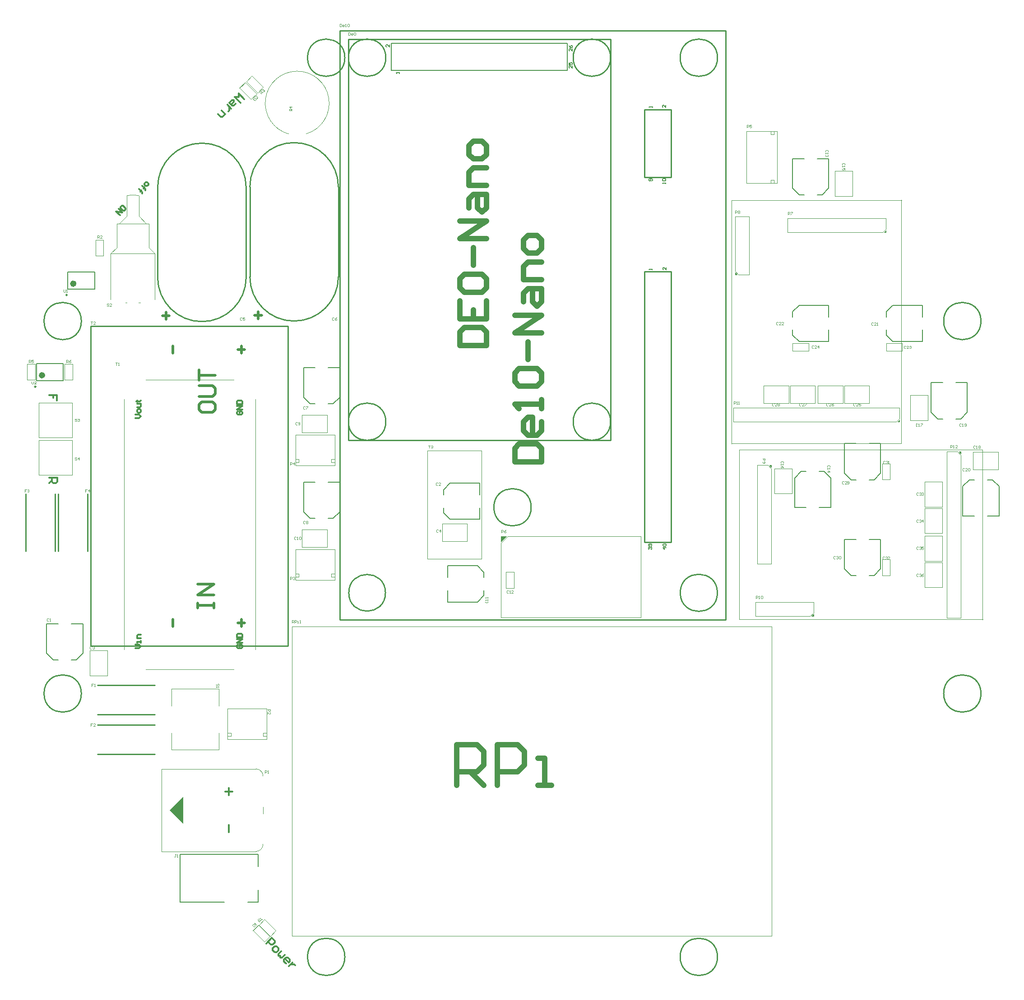
<source format=gto>
G04*
G04 #@! TF.GenerationSoftware,Altium Limited,Altium Designer,22.6.1 (34)*
G04*
G04 Layer_Color=65535*
%FSLAX44Y44*%
%MOMM*%
G71*
G04*
G04 #@! TF.SameCoordinates,0282B534-2DD6-4313-8036-895CCBFEA7A8*
G04*
G04*
G04 #@! TF.FilePolarity,Positive*
G04*
G01*
G75*
%ADD10C,0.2540*%
%ADD11C,0.1000*%
%ADD12C,0.6000*%
%ADD13C,0.2500*%
%ADD14C,0.2000*%
%ADD15C,0.0500*%
%ADD16C,0.3000*%
%ADD17C,0.5000*%
%ADD18C,1.0000*%
%ADD19C,0.1270*%
G36*
X190672Y-1010386D02*
X216072Y-1035786D01*
Y-984986D01*
X190672Y-1010386D01*
D02*
G37*
G36*
X812650Y-506410D02*
Y-496250D01*
X822810D01*
X812650Y-506410D01*
D02*
G37*
G36*
X1319721Y-366539D02*
Y-362729D01*
X1315911D01*
X1319721Y-366539D01*
D02*
G37*
G36*
X1251400Y-1090D02*
Y-4900D01*
X1255210D01*
X1251400Y-1090D01*
D02*
G37*
G36*
X1395061Y-646180D02*
X1398871D01*
Y-642370D01*
X1395061Y-646180D01*
D02*
G37*
G36*
X1675321Y-341139D02*
Y-337329D01*
X1671511D01*
X1675321Y-341139D01*
D02*
G37*
G36*
X1556440Y-281350D02*
X1560250D01*
Y-277540D01*
X1556440Y-281350D01*
D02*
G37*
G36*
X1531040Y74250D02*
X1534850D01*
Y78060D01*
X1531040Y74250D01*
D02*
G37*
D10*
X1218654Y402073D02*
G03*
X1218654Y402073I-35014J0D01*
G01*
X168350Y-10250D02*
G03*
X334350Y-10250I83000J0D01*
G01*
X334350Y158735D02*
G03*
X168350Y158735I-83000J0D01*
G01*
X341350Y-9250D02*
G03*
X507350Y-9250I83000J0D01*
G01*
X507350Y159735D02*
G03*
X341350Y159735I-83000J0D01*
G01*
X1218664Y402072D02*
G03*
X1218664Y402072I-35024J0D01*
G01*
X596376D02*
G03*
X596376Y402072I-35037J0D01*
G01*
X595745Y-602327D02*
G03*
X595745Y-602327I-34405J0D01*
G01*
X1218495D02*
G03*
X1218495Y-602327I-34855J0D01*
G01*
X596376Y402072D02*
G03*
X596376Y402072I-35037J0D01*
G01*
X1018016Y-281192D02*
G03*
X1018016Y-281192I-35037J0D01*
G01*
Y402068D02*
G03*
X1018016Y402068I-35037J0D01*
G01*
X596376Y-281192D02*
G03*
X596376Y-281192I-35037J0D01*
G01*
X519561Y402073D02*
G03*
X519561Y402073I-35014J0D01*
G01*
X1712987Y-791353D02*
G03*
X1712987Y-791353I-35014J0D01*
G01*
X25228D02*
G03*
X25228Y-791353I-35014J0D01*
G01*
Y-92261D02*
G03*
X25228Y-92261I-35014J0D01*
G01*
X1712987D02*
G03*
X1712987Y-92261I-35014J0D01*
G01*
X1218654Y-1285686D02*
G03*
X1218654Y-1285686I-35014J0D01*
G01*
X519561D02*
G03*
X519561Y-1285686I-35014J0D01*
G01*
X869106Y-441806D02*
G03*
X869106Y-441806I-35014J0D01*
G01*
X334350Y-10250D02*
Y158735D01*
X168350Y-10250D02*
X168350Y158735D01*
X507350Y-9250D02*
Y159735D01*
X341350Y-9250D02*
X341350Y159735D01*
X1131639Y178072D02*
Y305072D01*
X1081639D02*
X1131639D01*
X1081639Y178072D02*
X1131639D01*
X1131339Y-507627D02*
Y373D01*
X510539Y-653128D02*
Y452873D01*
X1234439Y-653128D02*
Y452873D01*
X510539D02*
X1234439D01*
X510539Y-653128D02*
X1234439D01*
X1081339Y-507627D02*
X1131339D01*
X1081339D02*
Y373D01*
X1081639Y178072D02*
Y305072D01*
X1081339Y373D02*
X1131339D01*
X526299Y437113D02*
X1018019Y437108D01*
X526299Y-316231D02*
X526299Y437113D01*
X526299Y-316231D02*
X1018019D01*
Y437108D01*
X55147Y-775640D02*
X162647D01*
X55147Y-830640D02*
X162647D01*
X55147Y-850570D02*
X162647D01*
X55147Y-905570D02*
X162647D01*
X-78850Y-523873D02*
Y-416373D01*
X-23850Y-523873D02*
Y-416373D01*
X-18350Y-523873D02*
Y-416373D01*
X36650Y-523873D02*
Y-416373D01*
X42890Y-702050D02*
X412890D01*
Y-102050D01*
X42890D02*
X412890D01*
X42890Y-702050D02*
Y-102050D01*
D11*
X132977Y143270D02*
G03*
X110523Y143270I-11227J-52820D01*
G01*
X366172Y-946886D02*
G03*
X352672Y-932886I-13750J250D01*
G01*
Y-1087886D02*
G03*
X366172Y-1073886I-250J13750D01*
G01*
X447391Y259280D02*
G03*
X414363Y258864I-17241J57470D01*
G01*
X1259521Y-333329D02*
X1259521Y-652129D01*
X1715871Y-652629D02*
X1715871Y-333829D01*
X1259021Y-333829D02*
X1715871Y-333829D01*
X1259521Y-652129D02*
X1716371D01*
X1563750Y-321900D02*
Y134950D01*
X1244950Y-321900D02*
X1563750D01*
X1245450Y134450D02*
X1564250D01*
X1245450D02*
X1245450Y-322400D01*
X96350Y90450D02*
X110523Y104623D01*
Y143270D01*
X132977Y104623D02*
X147150Y90450D01*
X132977Y104623D02*
Y143270D01*
X91750Y90450D02*
X151750D01*
X80250Y34450D02*
X163250D01*
Y-51550D02*
Y34450D01*
X80250Y-51550D02*
Y34450D01*
X132750Y-58050D02*
X135750D01*
X107750D02*
X110750D01*
X151750Y45950D02*
Y90450D01*
Y45950D02*
X163250Y34450D01*
X91750Y45950D02*
Y90450D01*
X80250Y34450D02*
X91750Y45950D01*
X346963Y-1235877D02*
X357569Y-1225271D01*
X347411Y-1236326D02*
X358018Y-1225720D01*
X379231Y-1246933D01*
X347411Y-1236326D02*
X368625Y-1257540D01*
X379231Y-1246933D01*
X175672Y-1087886D02*
X352672D01*
X175672Y-932886D02*
X352672D01*
X175672Y-1087886D02*
Y-932886D01*
X366172Y-1016736D02*
Y-1004036D01*
X366375Y-865090D02*
X372725D01*
X366375D02*
X366375Y-871440D01*
X372725Y-871440D01*
X299300Y-819940D02*
X372800D01*
Y-877440D02*
Y-819940D01*
X299300Y-877440D02*
X372800D01*
X299300D02*
Y-819940D01*
X299375Y-871440D02*
X305725D01*
Y-865090D01*
X299375Y-865090D02*
X305725Y-865090D01*
X427075Y-566150D02*
X433425Y-566150D01*
Y-572500D02*
Y-566150D01*
X427075Y-572500D02*
X433425D01*
X427000Y-578500D02*
Y-521000D01*
Y-578500D02*
X500500D01*
Y-521000D01*
X427000D02*
X500500D01*
X494075Y-572500D02*
X500425Y-572500D01*
X494075Y-566150D02*
X494075Y-572500D01*
X494075Y-566150D02*
X500425D01*
X494075Y-351150D02*
X500425D01*
X494075Y-357500D02*
Y-351150D01*
Y-357500D02*
X500425Y-357500D01*
X427000Y-306000D02*
X500500Y-306000D01*
Y-363500D02*
Y-306000D01*
X427000Y-363500D02*
X500500D01*
X427000D02*
Y-306000D01*
X427075Y-357500D02*
X433425D01*
Y-351150D01*
X427075D02*
X433425D01*
X1330850Y166250D02*
Y264250D01*
X1273350D02*
X1330850D01*
X1273350Y166250D02*
Y264250D01*
Y166250D02*
X1330850D01*
X1324850Y257825D02*
Y264175D01*
X1318500Y257825D02*
X1324850D01*
X1318500D02*
Y264175D01*
X1324850Y166325D02*
Y172675D01*
X1318500D02*
X1324850D01*
X1318500Y166325D02*
Y172675D01*
X812650Y-496250D02*
X822810D01*
X812650Y-506410D02*
Y-496250D01*
Y-506410D02*
X822810Y-496250D01*
X812650Y-508950D02*
X825350Y-496250D01*
X812650Y-648650D02*
X1074650D01*
Y-496250D01*
X825350D02*
X1074650D01*
X812650Y-648650D02*
Y-508950D01*
X1531040Y74250D02*
X1534850D01*
Y78060D01*
X1531040Y74250D02*
X1534850Y78060D01*
X1528500Y74250D02*
X1534850Y80600D01*
X1350050Y74250D02*
X1528500D01*
X1534850Y80600D02*
X1534850Y100750D01*
X1350050Y100750D02*
X1534850Y100750D01*
X1350050Y74250D02*
Y100750D01*
X1277900Y-4900D02*
Y103700D01*
X1257750Y-4900D02*
X1277900D01*
X1251400Y103700D02*
X1251400Y1450D01*
X1257750Y-4900D01*
X1251400Y-1090D02*
X1255210Y-4900D01*
X1251400D02*
X1255210D01*
X1251400D02*
Y-1090D01*
Y103700D02*
X1277900D01*
X1319721Y-366539D02*
Y-362729D01*
X1315911D02*
X1319721D01*
X1315911D02*
X1319721Y-366539D01*
X1313371Y-362729D02*
X1319721Y-369079D01*
Y-547529D02*
Y-369079D01*
X1293221Y-362729D02*
X1313371D01*
X1293221Y-547529D02*
X1293221Y-362729D01*
X1293221Y-547529D02*
X1319721D01*
X1290271Y-619679D02*
X1398871D01*
Y-639829D02*
Y-619679D01*
X1290271Y-646180D02*
X1392521D01*
X1398871Y-639829D01*
X1395061Y-646180D02*
X1398871Y-642370D01*
Y-646180D02*
Y-642370D01*
X1395061Y-646180D02*
X1398871D01*
X1290271D02*
Y-619679D01*
X1556440Y-281350D02*
X1560250D01*
Y-277540D01*
X1556440Y-281350D02*
X1560250Y-277540D01*
X1553900Y-281350D02*
X1560250Y-275000D01*
X1248450Y-281350D02*
X1553900D01*
X1560250Y-254850D02*
X1560250Y-275000D01*
X1248450Y-254850D02*
X1560250Y-254850D01*
X1248450Y-281350D02*
Y-254850D01*
X1675321Y-341139D02*
Y-337329D01*
X1671511D02*
X1675321D01*
X1671511D02*
X1675321Y-341139D01*
X1668971Y-337329D02*
X1675321Y-343679D01*
Y-649129D02*
Y-343679D01*
X1648821Y-337329D02*
X1668971D01*
X1648821Y-649129D02*
Y-337329D01*
X1648821Y-649129D02*
X1675321Y-649129D01*
X283530Y-814570D02*
Y-782820D01*
X194630D02*
X283530D01*
X194630Y-814570D02*
Y-782820D01*
X283530Y-897120D02*
Y-865370D01*
X194630Y-897120D02*
Y-865370D01*
Y-897120D02*
X283530D01*
X-54350Y-310750D02*
X7650D01*
Y-245750D01*
X-54350Y-310750D02*
Y-245750D01*
X7650D01*
X-54350Y-315750D02*
X7650D01*
X-54350Y-380750D02*
Y-315750D01*
X7650Y-380750D02*
Y-315750D01*
X-54350Y-380750D02*
X7650D01*
X351550Y-709200D02*
Y-239300D01*
X146000Y-746250D02*
X311100D01*
X146000Y-202250D02*
X311100D01*
X105550Y-709200D02*
Y-239300D01*
X674150Y-335250D02*
X775750D01*
X674150Y-538450D02*
Y-335250D01*
X775750Y-538450D02*
Y-335250D01*
X674150Y-538450D02*
X775750D01*
X321720Y345431D02*
X332327Y356038D01*
X322169Y344982D02*
X332776Y355589D01*
X353989Y334376D01*
X322169Y344982D02*
X343382Y323769D01*
X353989Y334376D01*
X420150Y-1246250D02*
Y-665250D01*
X1320150Y-1246250D02*
Y-665250D01*
X420150Y-1246250D02*
X1320150D01*
X420150Y-665250D02*
X1320150D01*
X76317Y-60584D02*
X75484Y-59751D01*
X73818D01*
X72985Y-60584D01*
Y-61417D01*
X73818Y-62250D01*
X75484D01*
X76317Y-63083D01*
Y-63916D01*
X75484Y-64749D01*
X73818D01*
X72985Y-63916D01*
X81315Y-64749D02*
X77983D01*
X81315Y-61417D01*
Y-60584D01*
X80482Y-59751D01*
X78816D01*
X77983Y-60584D01*
X-36030Y-651424D02*
X-36863Y-650591D01*
X-38529D01*
X-39362Y-651424D01*
Y-654756D01*
X-38529Y-655589D01*
X-36863D01*
X-36030Y-654756D01*
X-34364Y-655589D02*
X-32698D01*
X-33531D01*
Y-650591D01*
X-34364Y-651424D01*
X693917Y-396334D02*
X693084Y-395501D01*
X691418D01*
X690585Y-396334D01*
Y-399666D01*
X691418Y-400499D01*
X693084D01*
X693917Y-399666D01*
X698915Y-400499D02*
X695583D01*
X698915Y-397167D01*
Y-396334D01*
X698082Y-395501D01*
X696416D01*
X695583Y-396334D01*
X44317Y-704084D02*
X43484Y-703251D01*
X41818D01*
X40985Y-704084D01*
Y-707416D01*
X41818Y-708249D01*
X43484D01*
X44317Y-707416D01*
X45983Y-704084D02*
X46816Y-703251D01*
X48482D01*
X49315Y-704084D01*
Y-704917D01*
X48482Y-705750D01*
X47649D01*
X48482D01*
X49315Y-706583D01*
Y-707416D01*
X48482Y-708249D01*
X46816D01*
X45983Y-707416D01*
X694667Y-484754D02*
X693834Y-483921D01*
X692168D01*
X691335Y-484754D01*
Y-488086D01*
X692168Y-488919D01*
X693834D01*
X694667Y-488086D01*
X698832Y-488919D02*
Y-483921D01*
X696333Y-486420D01*
X699665D01*
X326267Y-86804D02*
X325434Y-85971D01*
X323768D01*
X322935Y-86804D01*
Y-90136D01*
X323768Y-90969D01*
X325434D01*
X326267Y-90136D01*
X331265Y-85971D02*
X327933D01*
Y-88470D01*
X329599Y-87637D01*
X330432D01*
X331265Y-88470D01*
Y-90136D01*
X330432Y-90969D01*
X328766D01*
X327933Y-90136D01*
X499267Y-86579D02*
X498434Y-85746D01*
X496768D01*
X495935Y-86579D01*
Y-89911D01*
X496768Y-90744D01*
X498434D01*
X499267Y-89911D01*
X504265Y-85746D02*
X502599Y-86579D01*
X500933Y-88245D01*
Y-89911D01*
X501766Y-90744D01*
X503432D01*
X504265Y-89911D01*
Y-89078D01*
X503432Y-88245D01*
X500933D01*
X445167Y-253334D02*
X444334Y-252501D01*
X442668D01*
X441835Y-253334D01*
Y-256666D01*
X442668Y-257499D01*
X444334D01*
X445167Y-256666D01*
X446833Y-252501D02*
X450165D01*
Y-253334D01*
X446833Y-256666D01*
Y-257499D01*
X445167Y-468334D02*
X444334Y-467501D01*
X442668D01*
X441835Y-468334D01*
Y-471666D01*
X442668Y-472499D01*
X444334D01*
X445167Y-471666D01*
X446833Y-468334D02*
X447666Y-467501D01*
X449332D01*
X450165Y-468334D01*
Y-469167D01*
X449332Y-470000D01*
X450165Y-470833D01*
Y-471666D01*
X449332Y-472499D01*
X447666D01*
X446833Y-471666D01*
Y-470833D01*
X447666Y-470000D01*
X446833Y-469167D01*
Y-468334D01*
X447666Y-470000D02*
X449332D01*
X430167Y-283334D02*
X429334Y-282501D01*
X427668D01*
X426835Y-283334D01*
Y-286666D01*
X427668Y-287499D01*
X429334D01*
X430167Y-286666D01*
X431833D02*
X432666Y-287499D01*
X434332D01*
X435165Y-286666D01*
Y-283334D01*
X434332Y-282501D01*
X432666D01*
X431833Y-283334D01*
Y-284167D01*
X432666Y-285000D01*
X435165D01*
X428084Y-498334D02*
X427251Y-497501D01*
X425585D01*
X424752Y-498334D01*
Y-501666D01*
X425585Y-502499D01*
X427251D01*
X428084Y-501666D01*
X429750Y-502499D02*
X431417D01*
X430583D01*
Y-497501D01*
X429750Y-498334D01*
X433916D02*
X434749Y-497501D01*
X436415D01*
X437248Y-498334D01*
Y-501666D01*
X436415Y-502499D01*
X434749D01*
X433916Y-501666D01*
Y-498334D01*
X783484Y-617833D02*
X782651Y-618666D01*
Y-620332D01*
X783484Y-621165D01*
X786816D01*
X787649Y-620332D01*
Y-618666D01*
X786816Y-617833D01*
X787649Y-616167D02*
Y-614500D01*
Y-615334D01*
X782651D01*
X783484Y-616167D01*
X787649Y-612001D02*
Y-610335D01*
Y-611168D01*
X782651D01*
X783484Y-612001D01*
X826434Y-599084D02*
X825601Y-598251D01*
X823935D01*
X823102Y-599084D01*
Y-602416D01*
X823935Y-603249D01*
X825601D01*
X826434Y-602416D01*
X828100Y-603249D02*
X829766D01*
X828933D01*
Y-598251D01*
X828100Y-599084D01*
X835598Y-603249D02*
X832266D01*
X835598Y-599917D01*
Y-599084D01*
X834765Y-598251D01*
X833099D01*
X832266Y-599084D01*
X1425016Y225416D02*
X1425849Y226249D01*
Y227915D01*
X1425016Y228748D01*
X1421684D01*
X1420851Y227915D01*
Y226249D01*
X1421684Y225416D01*
X1420851Y223750D02*
Y222083D01*
Y222917D01*
X1425849D01*
X1425016Y223750D01*
Y219584D02*
X1425849Y218751D01*
Y217085D01*
X1425016Y216252D01*
X1424183D01*
X1423350Y217085D01*
Y217918D01*
Y217085D01*
X1422517Y216252D01*
X1421684D01*
X1420851Y217085D01*
Y218751D01*
X1421684Y219584D01*
X1429016Y-366834D02*
X1429849Y-366001D01*
Y-364335D01*
X1429016Y-363502D01*
X1425684D01*
X1424851Y-364335D01*
Y-366001D01*
X1425684Y-366834D01*
X1424851Y-368500D02*
Y-370167D01*
Y-369333D01*
X1429849D01*
X1429016Y-368500D01*
X1424851Y-375165D02*
X1429849D01*
X1427350Y-372666D01*
Y-375998D01*
X1457016Y200666D02*
X1457849Y201499D01*
Y203165D01*
X1457016Y203998D01*
X1453684D01*
X1452851Y203165D01*
Y201499D01*
X1453684Y200666D01*
X1452851Y199000D02*
Y197334D01*
Y198167D01*
X1457849D01*
X1457016Y199000D01*
X1457849Y191502D02*
Y194834D01*
X1455350D01*
X1456183Y193168D01*
Y192335D01*
X1455350Y191502D01*
X1453684D01*
X1452851Y192335D01*
Y194001D01*
X1453684Y194834D01*
X1341516Y-358834D02*
X1342349Y-358001D01*
Y-356335D01*
X1341516Y-355502D01*
X1338184D01*
X1337351Y-356335D01*
Y-358001D01*
X1338184Y-358834D01*
X1337351Y-360500D02*
Y-362166D01*
Y-361334D01*
X1342349D01*
X1341516Y-360500D01*
X1342349Y-367998D02*
X1341516Y-366332D01*
X1339850Y-364666D01*
X1338184D01*
X1337351Y-365499D01*
Y-367165D01*
X1338184Y-367998D01*
X1339017D01*
X1339850Y-367165D01*
Y-364666D01*
X1594234Y-285484D02*
X1593401Y-284651D01*
X1591735D01*
X1590902Y-285484D01*
Y-288816D01*
X1591735Y-289649D01*
X1593401D01*
X1594234Y-288816D01*
X1595901Y-289649D02*
X1597567D01*
X1596734D01*
Y-284651D01*
X1595901Y-285484D01*
X1600066Y-284651D02*
X1603398D01*
Y-285484D01*
X1600066Y-288816D01*
Y-289649D01*
X1702150Y-327297D02*
X1701317Y-326464D01*
X1699651D01*
X1698818Y-327297D01*
Y-330629D01*
X1699651Y-331462D01*
X1701317D01*
X1702150Y-330629D01*
X1703816Y-331462D02*
X1705482D01*
X1704650D01*
Y-326464D01*
X1703816Y-327297D01*
X1707982D02*
X1708815Y-326464D01*
X1710481D01*
X1711314Y-327297D01*
Y-328130D01*
X1710481Y-328963D01*
X1711314Y-329796D01*
Y-330629D01*
X1710481Y-331462D01*
X1708815D01*
X1707982Y-330629D01*
Y-329796D01*
X1708815Y-328963D01*
X1707982Y-328130D01*
Y-327297D01*
X1708815Y-328963D02*
X1710481D01*
X1675834Y-285634D02*
X1675001Y-284801D01*
X1673335D01*
X1672502Y-285634D01*
Y-288966D01*
X1673335Y-289799D01*
X1675001D01*
X1675834Y-288966D01*
X1677500Y-289799D02*
X1679167D01*
X1678333D01*
Y-284801D01*
X1677500Y-285634D01*
X1681666Y-288966D02*
X1682499Y-289799D01*
X1684165D01*
X1684998Y-288966D01*
Y-285634D01*
X1684165Y-284801D01*
X1682499D01*
X1681666Y-285634D01*
Y-286467D01*
X1682499Y-287300D01*
X1684998D01*
X1682084Y-368953D02*
X1681251Y-368120D01*
X1679585D01*
X1678752Y-368953D01*
Y-372285D01*
X1679585Y-373118D01*
X1681251D01*
X1682084Y-372285D01*
X1687083Y-373118D02*
X1683750D01*
X1687083Y-369786D01*
Y-368953D01*
X1686250Y-368120D01*
X1684583D01*
X1683750Y-368953D01*
X1688749D02*
X1689582Y-368120D01*
X1691248D01*
X1692081Y-368953D01*
Y-372285D01*
X1691248Y-373118D01*
X1689582D01*
X1688749Y-372285D01*
Y-368953D01*
X1510851Y-95584D02*
X1510018Y-94751D01*
X1508352D01*
X1507519Y-95584D01*
Y-98916D01*
X1508352Y-99749D01*
X1510018D01*
X1510851Y-98916D01*
X1515849Y-99749D02*
X1512517D01*
X1515849Y-96417D01*
Y-95584D01*
X1515016Y-94751D01*
X1513350D01*
X1512517Y-95584D01*
X1517515Y-99749D02*
X1519181D01*
X1518348D01*
Y-94751D01*
X1517515Y-95584D01*
X1332326Y-94887D02*
X1331493Y-94054D01*
X1329827D01*
X1328994Y-94887D01*
Y-98219D01*
X1329827Y-99052D01*
X1331493D01*
X1332326Y-98219D01*
X1337325Y-99052D02*
X1333992D01*
X1337325Y-95720D01*
Y-94887D01*
X1336492Y-94054D01*
X1334825D01*
X1333992Y-94887D01*
X1342323Y-99052D02*
X1338991D01*
X1342323Y-95720D01*
Y-94887D01*
X1341490Y-94054D01*
X1339824D01*
X1338991Y-94887D01*
X1572158Y-139434D02*
X1571325Y-138601D01*
X1569659D01*
X1568826Y-139434D01*
Y-142766D01*
X1569659Y-143599D01*
X1571325D01*
X1572158Y-142766D01*
X1577156Y-143599D02*
X1573824D01*
X1577156Y-140267D01*
Y-139434D01*
X1576323Y-138601D01*
X1574657D01*
X1573824Y-139434D01*
X1578822D02*
X1579655Y-138601D01*
X1581322D01*
X1582155Y-139434D01*
Y-140267D01*
X1581322Y-141100D01*
X1580488D01*
X1581322D01*
X1582155Y-141933D01*
Y-142766D01*
X1581322Y-143599D01*
X1579655D01*
X1578822Y-142766D01*
X1399382Y-139337D02*
X1398549Y-138504D01*
X1396883D01*
X1396050Y-139337D01*
Y-142669D01*
X1396883Y-143502D01*
X1398549D01*
X1399382Y-142669D01*
X1404381Y-143502D02*
X1401048D01*
X1404381Y-140170D01*
Y-139337D01*
X1403548Y-138504D01*
X1401882D01*
X1401048Y-139337D01*
X1408546Y-143502D02*
Y-138504D01*
X1406047Y-141003D01*
X1409379D01*
X1477218Y-247384D02*
X1476385Y-246551D01*
X1474719D01*
X1473885Y-247384D01*
Y-250716D01*
X1474719Y-251549D01*
X1476385D01*
X1477218Y-250716D01*
X1482216Y-251549D02*
X1478884D01*
X1482216Y-248217D01*
Y-247384D01*
X1481383Y-246551D01*
X1479717D01*
X1478884Y-247384D01*
X1487215Y-246551D02*
X1483882D01*
Y-249050D01*
X1485548Y-248217D01*
X1486381D01*
X1487215Y-249050D01*
Y-250716D01*
X1486381Y-251549D01*
X1484715D01*
X1483882Y-250716D01*
X1426418Y-247384D02*
X1425585Y-246551D01*
X1423919D01*
X1423085Y-247384D01*
Y-250716D01*
X1423919Y-251549D01*
X1425585D01*
X1426418Y-250716D01*
X1431416Y-251549D02*
X1428084D01*
X1431416Y-248217D01*
Y-247384D01*
X1430583Y-246551D01*
X1428917D01*
X1428084Y-247384D01*
X1436414Y-246551D02*
X1434748Y-247384D01*
X1433082Y-249050D01*
Y-250716D01*
X1433915Y-251549D01*
X1435581D01*
X1436414Y-250716D01*
Y-249883D01*
X1435581Y-249050D01*
X1433082D01*
X1375618Y-247384D02*
X1374785Y-246551D01*
X1373119D01*
X1372285Y-247384D01*
Y-250716D01*
X1373119Y-251549D01*
X1374785D01*
X1375618Y-250716D01*
X1380616Y-251549D02*
X1377284D01*
X1380616Y-248217D01*
Y-247384D01*
X1379783Y-246551D01*
X1378117D01*
X1377284Y-247384D01*
X1382282Y-246551D02*
X1385614D01*
Y-247384D01*
X1382282Y-250716D01*
Y-251549D01*
X1324818Y-247384D02*
X1323985Y-246551D01*
X1322319D01*
X1321485Y-247384D01*
Y-250716D01*
X1322319Y-251549D01*
X1323985D01*
X1324818Y-250716D01*
X1329816Y-251549D02*
X1326484D01*
X1329816Y-248217D01*
Y-247384D01*
X1328983Y-246551D01*
X1327317D01*
X1326484Y-247384D01*
X1331482D02*
X1332315Y-246551D01*
X1333981D01*
X1334814Y-247384D01*
Y-248217D01*
X1333981Y-249050D01*
X1334814Y-249883D01*
Y-250716D01*
X1333981Y-251549D01*
X1332315D01*
X1331482Y-250716D01*
Y-249883D01*
X1332315Y-249050D01*
X1331482Y-248217D01*
Y-247384D01*
X1332315Y-249050D02*
X1333981D01*
X1455538Y-393563D02*
X1454705Y-392730D01*
X1453039D01*
X1452206Y-393563D01*
Y-396895D01*
X1453039Y-397729D01*
X1454705D01*
X1455538Y-396895D01*
X1460537Y-397729D02*
X1457204D01*
X1460537Y-394396D01*
Y-393563D01*
X1459704Y-392730D01*
X1458038D01*
X1457204Y-393563D01*
X1462203Y-396895D02*
X1463036Y-397729D01*
X1464702D01*
X1465535Y-396895D01*
Y-393563D01*
X1464702Y-392730D01*
X1463036D01*
X1462203Y-393563D01*
Y-394396D01*
X1463036Y-395229D01*
X1465535D01*
X1439514Y-534307D02*
X1438681Y-533474D01*
X1437015D01*
X1436182Y-534307D01*
Y-537639D01*
X1437015Y-538472D01*
X1438681D01*
X1439514Y-537639D01*
X1441180Y-534307D02*
X1442014Y-533474D01*
X1443680D01*
X1444513Y-534307D01*
Y-535140D01*
X1443680Y-535973D01*
X1442847D01*
X1443680D01*
X1444513Y-536806D01*
Y-537639D01*
X1443680Y-538472D01*
X1442014D01*
X1441180Y-537639D01*
X1446179Y-534307D02*
X1447012Y-533474D01*
X1448678D01*
X1449511Y-534307D01*
Y-537639D01*
X1448678Y-538472D01*
X1447012D01*
X1446179Y-537639D01*
Y-534307D01*
X1532572Y-355463D02*
X1531738Y-354630D01*
X1530072D01*
X1529239Y-355463D01*
Y-358796D01*
X1530072Y-359629D01*
X1531738D01*
X1532572Y-358796D01*
X1534238Y-355463D02*
X1535071Y-354630D01*
X1536737D01*
X1537570Y-355463D01*
Y-356296D01*
X1536737Y-357129D01*
X1535904D01*
X1536737D01*
X1537570Y-357962D01*
Y-358796D01*
X1536737Y-359629D01*
X1535071D01*
X1534238Y-358796D01*
X1539236Y-359629D02*
X1540902D01*
X1540069D01*
Y-354630D01*
X1539236Y-355463D01*
X1531738Y-535113D02*
X1530905Y-534280D01*
X1529239D01*
X1528406Y-535113D01*
Y-538446D01*
X1529239Y-539279D01*
X1530905D01*
X1531738Y-538446D01*
X1533405Y-535113D02*
X1534238Y-534280D01*
X1535904D01*
X1536737Y-535113D01*
Y-535946D01*
X1535904Y-536780D01*
X1535071D01*
X1535904D01*
X1536737Y-537613D01*
Y-538446D01*
X1535904Y-539279D01*
X1534238D01*
X1533405Y-538446D01*
X1541735Y-539279D02*
X1538403D01*
X1541735Y-535946D01*
Y-535113D01*
X1540902Y-534280D01*
X1539236D01*
X1538403Y-535113D01*
X1595238Y-415363D02*
X1594405Y-414530D01*
X1592739D01*
X1591906Y-415363D01*
Y-418696D01*
X1592739Y-419529D01*
X1594405D01*
X1595238Y-418696D01*
X1596904Y-415363D02*
X1597738Y-414530D01*
X1599404D01*
X1600237Y-415363D01*
Y-416196D01*
X1599404Y-417029D01*
X1598571D01*
X1599404D01*
X1600237Y-417863D01*
Y-418696D01*
X1599404Y-419529D01*
X1597738D01*
X1596904Y-418696D01*
X1601903Y-415363D02*
X1602736Y-414530D01*
X1604402D01*
X1605235Y-415363D01*
Y-416196D01*
X1604402Y-417029D01*
X1603569D01*
X1604402D01*
X1605235Y-417863D01*
Y-418696D01*
X1604402Y-419529D01*
X1602736D01*
X1601903Y-418696D01*
X1595238Y-466163D02*
X1594405Y-465330D01*
X1592739D01*
X1591906Y-466163D01*
Y-469496D01*
X1592739Y-470329D01*
X1594405D01*
X1595238Y-469496D01*
X1596904Y-466163D02*
X1597738Y-465330D01*
X1599404D01*
X1600237Y-466163D01*
Y-466996D01*
X1599404Y-467829D01*
X1598571D01*
X1599404D01*
X1600237Y-468662D01*
Y-469496D01*
X1599404Y-470329D01*
X1597738D01*
X1596904Y-469496D01*
X1604402Y-470329D02*
Y-465330D01*
X1601903Y-467829D01*
X1605235D01*
X1595238Y-516963D02*
X1594405Y-516130D01*
X1592739D01*
X1591906Y-516963D01*
Y-520296D01*
X1592739Y-521129D01*
X1594405D01*
X1595238Y-520296D01*
X1596904Y-516963D02*
X1597738Y-516130D01*
X1599404D01*
X1600237Y-516963D01*
Y-517796D01*
X1599404Y-518629D01*
X1598571D01*
X1599404D01*
X1600237Y-519463D01*
Y-520296D01*
X1599404Y-521129D01*
X1597738D01*
X1596904Y-520296D01*
X1605235Y-516130D02*
X1601903D01*
Y-518629D01*
X1603569Y-517796D01*
X1604402D01*
X1605235Y-518629D01*
Y-520296D01*
X1604402Y-521129D01*
X1602736D01*
X1601903Y-520296D01*
X1595238Y-567763D02*
X1594405Y-566930D01*
X1592739D01*
X1591906Y-567763D01*
Y-571096D01*
X1592739Y-571929D01*
X1594405D01*
X1595238Y-571096D01*
X1596904Y-567763D02*
X1597738Y-566930D01*
X1599404D01*
X1600237Y-567763D01*
Y-568596D01*
X1599404Y-569429D01*
X1598571D01*
X1599404D01*
X1600237Y-570262D01*
Y-571096D01*
X1599404Y-571929D01*
X1597738D01*
X1596904Y-571096D01*
X1605235Y-566930D02*
X1603569Y-567763D01*
X1601903Y-569429D01*
Y-571096D01*
X1602736Y-571929D01*
X1604402D01*
X1605235Y-571096D01*
Y-570262D01*
X1604402Y-569429D01*
X1601903D01*
X346027Y-1226339D02*
X349561Y-1229874D01*
X351328Y-1228106D01*
Y-1226928D01*
X348972Y-1224572D01*
X347794Y-1224572D01*
X346027Y-1226339D01*
X353095D02*
X354273Y-1225161D01*
X353684Y-1225750D01*
X350150Y-1222216D01*
X350150Y-1223394D01*
X510352Y465254D02*
Y460256D01*
X512851D01*
X513684Y461089D01*
Y464421D01*
X512851Y465254D01*
X510352D01*
X517850Y460256D02*
X516184D01*
X515350Y461089D01*
Y462755D01*
X516184Y463588D01*
X517850D01*
X518683Y462755D01*
Y461922D01*
X515350D01*
X520349Y460256D02*
X522015D01*
X521182D01*
Y465254D01*
X520349Y464421D01*
X524514D02*
X525347Y465254D01*
X527013D01*
X527846Y464421D01*
Y461089D01*
X527013Y460256D01*
X525347D01*
X524514Y461089D01*
Y464421D01*
X526100Y449506D02*
Y444508D01*
X528599D01*
X529432Y445341D01*
Y448673D01*
X528599Y449506D01*
X526100D01*
X533598Y444508D02*
X531931D01*
X531098Y445341D01*
Y447007D01*
X531931Y447840D01*
X533598D01*
X534431Y447007D01*
Y446174D01*
X531098D01*
X536097Y448673D02*
X536930Y449506D01*
X538596D01*
X539429Y448673D01*
Y445341D01*
X538596Y444508D01*
X536930D01*
X536097Y445341D01*
Y448673D01*
X47647Y-773141D02*
X44315D01*
Y-775640D01*
X45981D01*
X44315D01*
Y-778139D01*
X49313D02*
X50979D01*
X50146D01*
Y-773141D01*
X49313Y-773974D01*
X46474Y-847651D02*
X43142D01*
Y-850150D01*
X44808D01*
X43142D01*
Y-852649D01*
X51472D02*
X48140D01*
X51472Y-849317D01*
Y-848484D01*
X50639Y-847651D01*
X48973D01*
X48140Y-848484D01*
X-77833Y-408501D02*
X-81165D01*
Y-411000D01*
X-79499D01*
X-81165D01*
Y-413499D01*
X-76167Y-409334D02*
X-75334Y-408501D01*
X-73668D01*
X-72835Y-409334D01*
Y-410167D01*
X-73668Y-411000D01*
X-74501D01*
X-73668D01*
X-72835Y-411833D01*
Y-412666D01*
X-73668Y-413499D01*
X-75334D01*
X-76167Y-412666D01*
X36167Y-408501D02*
X32835D01*
Y-411000D01*
X34501D01*
X32835D01*
Y-413499D01*
X40332D02*
Y-408501D01*
X37833Y-411000D01*
X41165D01*
X202650Y-1093251D02*
X200984D01*
X201817D01*
Y-1097416D01*
X200984Y-1098249D01*
X200151D01*
X199318Y-1097416D01*
X204316Y-1098249D02*
X205982D01*
X205149D01*
Y-1093251D01*
X204316Y-1094084D01*
X369339Y-940385D02*
Y-935386D01*
X371839D01*
X372672Y-936219D01*
Y-937886D01*
X371839Y-938719D01*
X369339D01*
X374338Y-940385D02*
X376004D01*
X375171D01*
Y-935386D01*
X374338Y-936219D01*
X374641Y-821835D02*
X379639D01*
Y-824334D01*
X378806Y-825167D01*
X377140D01*
X376307Y-824334D01*
Y-821835D01*
X374641Y-830165D02*
Y-826833D01*
X377973Y-830165D01*
X378806D01*
X379639Y-829332D01*
Y-827666D01*
X378806Y-826833D01*
X416835Y-577499D02*
Y-572501D01*
X419334D01*
X420167Y-573334D01*
Y-575000D01*
X419334Y-575833D01*
X416835D01*
X421833Y-573334D02*
X422666Y-572501D01*
X424332D01*
X425165Y-573334D01*
Y-574167D01*
X424332Y-575000D01*
X423499D01*
X424332D01*
X425165Y-575833D01*
Y-576666D01*
X424332Y-577499D01*
X422666D01*
X421833Y-576666D01*
X416835Y-362499D02*
Y-357501D01*
X419334D01*
X420167Y-358334D01*
Y-360000D01*
X419334Y-360833D01*
X416835D01*
X424332Y-362499D02*
Y-357501D01*
X421833Y-360000D01*
X425165D01*
X1273876Y270772D02*
Y275770D01*
X1276375D01*
X1277208Y274937D01*
Y273271D01*
X1276375Y272438D01*
X1273876D01*
X1282207Y275770D02*
X1278874D01*
Y273271D01*
X1280540Y274104D01*
X1281374D01*
X1282207Y273271D01*
Y271605D01*
X1281374Y270772D01*
X1279707D01*
X1278874Y271605D01*
X813120Y-489704D02*
Y-484706D01*
X815619D01*
X816452Y-485539D01*
Y-487205D01*
X815619Y-488038D01*
X813120D01*
X821451Y-484706D02*
X819784Y-485539D01*
X818118Y-487205D01*
Y-488871D01*
X818951Y-489704D01*
X820618D01*
X821451Y-488871D01*
Y-488038D01*
X820618Y-487205D01*
X818118D01*
X1350584Y107450D02*
Y112448D01*
X1353083D01*
X1353916Y111615D01*
Y109949D01*
X1353083Y109116D01*
X1350584D01*
X1355582Y112448D02*
X1358915D01*
Y111615D01*
X1355582Y108283D01*
Y107450D01*
X1251778Y110244D02*
Y115242D01*
X1254277D01*
X1255110Y114409D01*
Y112743D01*
X1254277Y111910D01*
X1251778D01*
X1256776Y114409D02*
X1257609Y115242D01*
X1259276D01*
X1260109Y114409D01*
Y113576D01*
X1259276Y112743D01*
X1260109Y111910D01*
Y111077D01*
X1259276Y110244D01*
X1257609D01*
X1256776Y111077D01*
Y111910D01*
X1257609Y112743D01*
X1256776Y113576D01*
Y114409D01*
X1257609Y112743D02*
X1259276D01*
X1303092Y-350544D02*
X1308090D01*
Y-353043D01*
X1307257Y-353876D01*
X1305591D01*
X1304758Y-353043D01*
Y-350544D01*
X1303925Y-355542D02*
X1303092Y-356375D01*
Y-358041D01*
X1303925Y-358874D01*
X1307257D01*
X1308090Y-358041D01*
Y-356375D01*
X1307257Y-355542D01*
X1306424D01*
X1305591Y-356375D01*
Y-358874D01*
X1290894Y-613148D02*
Y-608150D01*
X1293393D01*
X1294226Y-608983D01*
Y-610649D01*
X1293393Y-611482D01*
X1290894D01*
X1295892Y-613148D02*
X1297558D01*
X1296725D01*
Y-608150D01*
X1295892Y-608983D01*
X1300058D02*
X1300891Y-608150D01*
X1302557D01*
X1303390Y-608983D01*
Y-612315D01*
X1302557Y-613148D01*
X1300891D01*
X1300058Y-612315D01*
Y-608983D01*
X1248984Y-248150D02*
Y-243152D01*
X1251483D01*
X1252316Y-243985D01*
Y-245651D01*
X1251483Y-246484D01*
X1248984D01*
X1253982Y-248150D02*
X1255648D01*
X1254816D01*
Y-243152D01*
X1253982Y-243985D01*
X1258148Y-248150D02*
X1259814D01*
X1258981D01*
Y-243152D01*
X1258148Y-243985D01*
X1655823Y-330629D02*
Y-325630D01*
X1658322D01*
X1659155Y-326463D01*
Y-328129D01*
X1658322Y-328963D01*
X1655823D01*
X1660821Y-330629D02*
X1662487D01*
X1661654D01*
Y-325630D01*
X1660821Y-326463D01*
X1668319Y-330629D02*
X1664986D01*
X1668319Y-327296D01*
Y-326463D01*
X1667486Y-325630D01*
X1665819D01*
X1664986Y-326463D01*
X359561Y-1219874D02*
X356027Y-1216339D01*
X357794Y-1214572D01*
X358972Y-1214572D01*
X360150Y-1215750D01*
Y-1216928D01*
X358383Y-1218695D01*
X359561Y-1217517D02*
X361917Y-1217517D01*
X363095Y-1216339D02*
X364273Y-1215161D01*
X363684Y-1215750D01*
X360150Y-1212216D01*
X360150Y-1213394D01*
X55185Y63626D02*
Y68624D01*
X57684D01*
X58517Y67791D01*
Y66125D01*
X57684Y65292D01*
X55185D01*
X56851D02*
X58517Y63626D01*
X63515D02*
X60183D01*
X63515Y66958D01*
Y67791D01*
X62682Y68624D01*
X61016D01*
X60183Y67791D01*
X363062Y334234D02*
X359528Y337769D01*
X361295Y339536D01*
X362473Y339536D01*
X363651Y338358D01*
Y337179D01*
X361884Y335412D01*
X363062Y336590D02*
X365418Y336590D01*
X363651Y340714D02*
X363651Y341892D01*
X364829Y343070D01*
X366007D01*
X366596Y342481D01*
Y341303D01*
X366007Y340714D01*
X366596Y341303D01*
X367775D01*
X368364Y340714D01*
Y339536D01*
X367185Y338358D01*
X366007D01*
X420149Y302585D02*
X415151D01*
Y305084D01*
X415984Y305917D01*
X417650D01*
X418483Y305084D01*
Y302585D01*
Y304251D02*
X420149Y305917D01*
Y310082D02*
X415151D01*
X417650Y307583D01*
Y310915D01*
X282416Y-776870D02*
X283249Y-776037D01*
Y-774371D01*
X282416Y-773538D01*
X281583D01*
X280750Y-774371D01*
Y-776037D01*
X279917Y-776870D01*
X279084D01*
X278251Y-776037D01*
Y-774371D01*
X279084Y-773538D01*
X278251Y-778536D02*
Y-780202D01*
Y-779369D01*
X283249D01*
X282416Y-778536D01*
X16359Y-276584D02*
X15525Y-275751D01*
X13859D01*
X13026Y-276584D01*
Y-277417D01*
X13859Y-278250D01*
X15525D01*
X16359Y-279083D01*
Y-279916D01*
X15525Y-280749D01*
X13859D01*
X13026Y-279916D01*
X18025Y-276584D02*
X18858Y-275751D01*
X20524D01*
X21357Y-276584D01*
Y-277417D01*
X20524Y-278250D01*
X19691D01*
X20524D01*
X21357Y-279083D01*
Y-279916D01*
X20524Y-280749D01*
X18858D01*
X18025Y-279916D01*
X16359Y-349084D02*
X15525Y-348251D01*
X13859D01*
X13026Y-349084D01*
Y-349917D01*
X13859Y-350750D01*
X15525D01*
X16359Y-351583D01*
Y-352416D01*
X15525Y-353249D01*
X13859D01*
X13026Y-352416D01*
X20524Y-353249D02*
Y-348251D01*
X18025Y-350750D01*
X21357D01*
X89220Y-170254D02*
X92552D01*
X90886D01*
Y-175252D01*
X94218D02*
X95885D01*
X95051D01*
Y-170254D01*
X94218Y-171087D01*
X43146Y-93386D02*
X46479D01*
X44813D01*
Y-98385D01*
X51477D02*
X48145D01*
X51477Y-95053D01*
Y-94220D01*
X50644Y-93386D01*
X48978D01*
X48145Y-94220D01*
X675985Y-325751D02*
X679317D01*
X677651D01*
Y-330749D01*
X680983Y-326584D02*
X681816Y-325751D01*
X683482D01*
X684315Y-326584D01*
Y-327417D01*
X683482Y-328250D01*
X682649D01*
X683482D01*
X684315Y-329083D01*
Y-329916D01*
X683482Y-330749D01*
X681816D01*
X680983Y-329916D01*
X-67865Y-205501D02*
Y-209666D01*
X-67032Y-210499D01*
X-65366D01*
X-64533Y-209666D01*
Y-205501D01*
X-59535Y-210499D02*
X-62867D01*
X-59535Y-207167D01*
Y-206334D01*
X-60368Y-205501D01*
X-62034D01*
X-62867Y-206334D01*
X-73165Y-169999D02*
Y-165001D01*
X-70666D01*
X-69833Y-165834D01*
Y-167500D01*
X-70666Y-168333D01*
X-73165D01*
X-71499D02*
X-69833Y-169999D01*
X-64835Y-165001D02*
X-68167D01*
Y-167500D01*
X-66501Y-166667D01*
X-65668D01*
X-64835Y-167500D01*
Y-169166D01*
X-65668Y-169999D01*
X-67334D01*
X-68167Y-169166D01*
X-3165Y-169999D02*
Y-165001D01*
X-666D01*
X167Y-165834D01*
Y-167500D01*
X-666Y-168333D01*
X-3165D01*
X-1499D02*
X167Y-169999D01*
X5165Y-165001D02*
X3499Y-165834D01*
X1833Y-167500D01*
Y-169166D01*
X2666Y-169999D01*
X4332D01*
X5165Y-169166D01*
Y-168333D01*
X4332Y-167500D01*
X1833D01*
X-8332Y-33501D02*
Y-37666D01*
X-7499Y-38499D01*
X-5833D01*
X-5000Y-37666D01*
Y-33501D01*
X-3334Y-38499D02*
X-1668D01*
X-2501D01*
Y-33501D01*
X-3334Y-34334D01*
X347028Y325269D02*
X350562Y321734D01*
X352329Y323501D01*
Y324679D01*
X349973Y327036D01*
X348795Y327036D01*
X347028Y325269D01*
X356453Y327625D02*
X354096Y325269D01*
Y329981D01*
X353507Y330570D01*
X352329D01*
X351151Y329392D01*
X351151Y328214D01*
X420690Y-658614D02*
Y-653616D01*
X423189D01*
X424022Y-654449D01*
Y-656115D01*
X423189Y-656948D01*
X420690D01*
X422356D02*
X424022Y-658614D01*
X425688D02*
Y-653616D01*
X428188D01*
X429021Y-654449D01*
Y-656115D01*
X428188Y-656948D01*
X425688D01*
X430687Y-658614D02*
X432353D01*
X431520D01*
Y-655282D01*
X430687D01*
X434852Y-658614D02*
X436518D01*
X435685D01*
Y-653616D01*
X434852Y-654449D01*
D12*
X-45700Y-194000D02*
G03*
X-45700Y-194000I-3000J0D01*
G01*
X13000Y-22000D02*
G03*
X13000Y-22000I-3000J0D01*
G01*
D13*
X-60000Y-215250D02*
G03*
X-60000Y-215250I-1250J0D01*
G01*
X-1300Y-43250D02*
G03*
X-1300Y-43250I-1250J0D01*
G01*
D14*
X27970Y-715965D02*
Y-660340D01*
X6220D02*
X27970D01*
X-40030D02*
X-18280D01*
X-40030Y-715965D02*
Y-660340D01*
X6220Y-728340D02*
X15595D01*
X27970Y-715965D01*
X-40030D02*
X-27655Y-728340D01*
X-18280D01*
X716875Y-464500D02*
X772500D01*
Y-442750D01*
Y-418250D02*
Y-396500D01*
X716875D02*
X772500D01*
X704500Y-452125D02*
Y-442750D01*
Y-452125D02*
X716875Y-464500D01*
X704500Y-408875D02*
X716875Y-396500D01*
X704500Y-418250D02*
Y-408875D01*
X510000Y-235375D02*
X510000Y-179750D01*
X488250Y-179750D02*
X510000Y-179750D01*
X442000D02*
X463750D01*
X442000D02*
X442000Y-235375D01*
X488250Y-247750D02*
X497625Y-247750D01*
X510000Y-235375D01*
X442000Y-235375D02*
X454375Y-247750D01*
X463750Y-247750D01*
X510000Y-450375D02*
Y-394750D01*
X488250Y-394750D02*
X510000Y-394750D01*
X442000Y-394750D02*
X463750Y-394750D01*
X442000Y-450375D02*
Y-394750D01*
X488250Y-462750D02*
X497625Y-462750D01*
X510000Y-450375D01*
X442000Y-450375D02*
X454375Y-462750D01*
X463750Y-462750D01*
X712400Y-551750D02*
X768025D01*
X712400Y-573500D02*
Y-551750D01*
Y-619750D02*
Y-598000D01*
Y-619750D02*
X768025D01*
X780400Y-573500D02*
Y-564125D01*
X768025Y-551750D02*
X780400Y-564125D01*
X768025Y-619750D02*
X780400Y-607375D01*
Y-598000D01*
X1427350Y157125D02*
Y212750D01*
X1405600Y212750D02*
X1427350Y212750D01*
X1359350Y212750D02*
X1381100Y212750D01*
X1359350Y157125D02*
X1359350Y212750D01*
X1405600Y144750D02*
X1414975D01*
X1427350Y157125D01*
X1359350D02*
X1371725Y144750D01*
X1381100Y144750D01*
X1363350Y-442500D02*
Y-386875D01*
Y-442500D02*
X1385100Y-442500D01*
X1409600Y-442500D02*
X1431350D01*
Y-386875D01*
X1375725Y-374500D02*
X1385100D01*
X1363350Y-386875D02*
X1375725Y-374500D01*
X1418975Y-374500D02*
X1431350Y-386875D01*
X1409600Y-374500D02*
X1418975Y-374500D01*
X1687350Y-263625D02*
X1687350Y-208000D01*
X1665600D02*
X1687350D01*
X1619350D02*
X1641100D01*
X1619350D02*
X1619350Y-263625D01*
X1665600Y-276000D02*
X1674975D01*
X1687350Y-263625D01*
X1619350D02*
X1631725Y-276000D01*
X1641100D01*
X1678871Y-458229D02*
X1678871Y-402604D01*
X1678871Y-458229D02*
X1700621D01*
X1725121D02*
X1746871D01*
X1746871Y-402604D02*
X1746871Y-458229D01*
X1691246Y-390229D02*
X1700621D01*
X1678871Y-402604D02*
X1691246Y-390229D01*
X1734496D02*
X1746871Y-402604D01*
X1725121Y-390229D02*
X1734496D01*
X1547615Y-130650D02*
X1603240D01*
X1603240Y-108900D02*
X1603240Y-130650D01*
X1603240Y-84400D02*
X1603240Y-62650D01*
X1547615Y-62650D02*
X1603240Y-62650D01*
X1535240Y-118275D02*
X1535240Y-108900D01*
X1535240Y-118275D02*
X1547615Y-130650D01*
X1535240Y-75025D02*
X1547615Y-62650D01*
X1535240Y-84400D02*
Y-75025D01*
X1371775Y-130650D02*
X1427400Y-130650D01*
X1427400Y-108900D02*
X1427400Y-130650D01*
Y-84400D02*
Y-62650D01*
X1371775Y-62650D02*
X1427400Y-62650D01*
X1359400Y-118275D02*
Y-108900D01*
Y-118275D02*
X1371775Y-130650D01*
X1359400Y-75025D02*
X1371775Y-62650D01*
X1359400Y-84400D02*
Y-75025D01*
X1524621Y-377904D02*
X1524621Y-322279D01*
X1502871D02*
X1524621D01*
X1456621D02*
X1478371D01*
X1456621D02*
X1456621Y-377904D01*
X1502871Y-390279D02*
X1512246D01*
X1524621Y-377904D01*
X1456621D02*
X1468996Y-390279D01*
X1478371Y-390280D01*
X1524621Y-557555D02*
X1524621Y-501930D01*
X1502871D02*
X1524621D01*
X1456621D02*
X1478371D01*
X1456621D02*
X1456621Y-557555D01*
X1502871Y-569930D02*
X1512246D01*
X1524621Y-557555D01*
X1456621D02*
X1468996Y-569930D01*
X1478371D01*
X607059Y377940D02*
X937259D01*
X607059Y428741D02*
X937259D01*
X607059Y377940D02*
Y428741D01*
X937259Y377940D02*
Y428741D01*
X210650Y-1183250D02*
X293650D01*
X337650D02*
X356650D01*
Y-1160250D01*
X210650Y-1183250D02*
Y-1093250D01*
X356650D01*
X356650Y-1116250D01*
X-8700Y-204000D02*
Y-172000D01*
X-58700Y-204000D02*
Y-172000D01*
X-8700D01*
X-58700Y-204000D02*
X-8700D01*
X50000Y-32000D02*
Y0D01*
X0Y-32000D02*
Y0D01*
X50000D01*
X0Y-32000D02*
X50000D01*
D15*
X41150Y-710500D02*
X74150D01*
X41150Y-757500D02*
X74150D01*
Y-710500D01*
X41150Y-757500D02*
Y-710500D01*
X749000Y-505420D02*
Y-472420D01*
X702000Y-505420D02*
Y-472420D01*
Y-505420D02*
X749000D01*
X702000Y-472420D02*
X749000D01*
X439250Y-301500D02*
X439250Y-268500D01*
X486250Y-301500D02*
Y-268500D01*
X439250D02*
X486250D01*
X439250Y-301500D02*
X486250Y-301500D01*
X439250Y-483500D02*
X439250Y-516500D01*
X486250Y-516500D02*
Y-483500D01*
X439250Y-483500D02*
X486250Y-483500D01*
X439250Y-516500D02*
X486250Y-516500D01*
X821850Y-593250D02*
Y-563250D01*
X836850Y-593250D02*
Y-563250D01*
X821850Y-593250D02*
X836850D01*
X821850Y-563250D02*
X836850D01*
X1438850Y189500D02*
X1471850D01*
X1438850Y142500D02*
X1471850D01*
X1471850Y189500D02*
X1471850Y142500D01*
X1438850D02*
Y189500D01*
X1325850Y-416000D02*
X1358850D01*
X1325850Y-369000D02*
X1358850D01*
X1325850Y-416000D02*
X1325850Y-369000D01*
X1358850Y-416000D02*
Y-369000D01*
X1580650Y-231350D02*
X1613650D01*
X1580650Y-278350D02*
X1613650D01*
Y-231350D01*
X1580650Y-278350D02*
Y-231350D01*
X1745100Y-370750D02*
Y-337750D01*
X1698100Y-370750D02*
Y-337750D01*
Y-370750D02*
X1745100D01*
X1698100Y-337750D02*
X1745100D01*
X1535490Y-133600D02*
X1565490D01*
X1535490Y-148600D02*
X1565490D01*
X1535490D02*
X1535490Y-133600D01*
X1565490Y-148600D02*
X1565490Y-133600D01*
X1359650Y-133600D02*
X1389650Y-133600D01*
X1359650Y-148600D02*
X1389650D01*
X1359650D02*
Y-133600D01*
X1389650Y-133600D02*
X1389650Y-148600D01*
X1503500Y-213500D02*
X1503500Y-246500D01*
X1456500Y-213500D02*
X1456500Y-246500D01*
X1503500D01*
X1456500Y-213500D02*
X1503500D01*
X1453800Y-246500D02*
Y-213500D01*
X1406800Y-213500D02*
X1406800Y-246500D01*
X1453800D01*
X1406800Y-213500D02*
X1453800Y-213500D01*
X1401900Y-213500D02*
X1401900Y-246500D01*
X1354900Y-213500D02*
X1354900Y-246500D01*
X1401900D01*
X1354900Y-213500D02*
X1401900Y-213500D01*
X1352200Y-213500D02*
X1352200Y-246500D01*
X1305200Y-213500D02*
X1305200Y-246500D01*
X1352200Y-246500D01*
X1305200Y-213500D02*
X1352200Y-213500D01*
X1527571Y-390029D02*
Y-360029D01*
X1542571Y-390029D02*
Y-360029D01*
X1527571Y-390029D02*
X1542571Y-390029D01*
X1527571Y-360029D02*
X1542571D01*
X1527571Y-569679D02*
Y-539679D01*
X1542571Y-569679D02*
Y-539679D01*
X1527571Y-569679D02*
X1542571D01*
X1527571Y-539679D02*
X1542571D01*
X1607471Y-394080D02*
X1640471D01*
X1607471Y-441079D02*
X1640471D01*
Y-394080D01*
X1607471Y-441079D02*
Y-394080D01*
Y-443779D02*
X1640471D01*
X1607471Y-490779D02*
X1640471D01*
Y-443779D01*
X1607471Y-490779D02*
Y-443779D01*
Y-495680D02*
X1640471D01*
X1607471Y-542679D02*
X1640471D01*
Y-495680D01*
X1607471Y-542679D02*
Y-495680D01*
Y-545379D02*
X1640471D01*
X1607471Y-592379D02*
X1640471D01*
Y-545379D01*
X1607471Y-592379D02*
Y-545379D01*
X368978Y-1215467D02*
X390191Y-1236680D01*
X358372Y-1226073D02*
X368978Y-1215467D01*
X358372Y-1226073D02*
X379585Y-1247286D01*
X390191Y-1236680D01*
X51850Y30000D02*
Y60000D01*
Y30000D02*
X66850Y30000D01*
Y60000D01*
X51850Y60000D02*
X66850Y60000D01*
X345150Y367963D02*
X366363Y346750D01*
X334543Y357357D02*
X345150Y367963D01*
X334543Y357357D02*
X355757Y336143D01*
X366363Y346750D01*
X-76500Y-202750D02*
Y-172750D01*
Y-202750D02*
X-61500D01*
Y-172750D01*
X-76500D02*
X-61500D01*
X-6500Y-202750D02*
Y-172750D01*
Y-202750D02*
X8500D01*
Y-172750D01*
X-6500D02*
X8500D01*
D16*
X105884Y114904D02*
X108241Y117260D01*
Y119617D01*
X103528Y124329D01*
X101172D01*
X98816Y121973D01*
Y119617D01*
X103528Y114904D01*
X105884D01*
X95281Y118439D02*
X102350Y111370D01*
X90569Y113726D01*
X97638Y106657D01*
X146172Y168329D02*
X143816Y165973D01*
Y163617D01*
X146172Y161260D01*
X148528D01*
X150884Y163617D01*
Y165973D01*
X148528Y168329D01*
X146172D01*
X139103Y161260D02*
X144994Y155370D01*
X142638Y157726D01*
X143816Y158904D01*
X141459Y156548D01*
X142638Y157726D01*
X144994Y155370D01*
X144994Y153013D01*
X133212Y155370D02*
X139103Y149479D01*
X136747Y151835D01*
X137925Y153013D01*
X135569Y150657D01*
X136747Y151835D01*
X139103Y149479D01*
Y147123D01*
X-20355Y-241247D02*
Y-231250D01*
X-27852D01*
Y-236248D01*
Y-231250D01*
X-35350D01*
X-35000Y-386000D02*
X-20005D01*
Y-393498D01*
X-22504Y-395997D01*
X-27502D01*
X-30002Y-393498D01*
Y-386000D01*
Y-390998D02*
X-35000Y-395997D01*
X330753Y324404D02*
X320150Y335007D01*
Y327938D01*
X313081Y327938D01*
X323684Y317335D01*
X314848Y315568D02*
X311314Y312034D01*
X307780D01*
X302478Y317335D01*
X307780Y322637D01*
X311314D01*
X311314Y319102D01*
X306012Y313801D01*
X306012Y306732D02*
X298944Y313801D01*
X302478Y310266D01*
Y306732D01*
Y303198D01*
X300711Y301431D01*
X288340Y303198D02*
X295409Y296129D01*
X290108Y290827D01*
X286573D01*
X281272Y296129D01*
X371893Y-1260750D02*
X382496Y-1250147D01*
X387797Y-1255448D01*
Y-1258983D01*
X384263Y-1262517D01*
X380729D01*
X375427Y-1257216D01*
X384263Y-1273120D02*
X387797Y-1276655D01*
X391332D01*
X394866Y-1273120D01*
Y-1269586D01*
X391332Y-1266052D01*
X387797D01*
X384263Y-1269586D01*
Y-1273120D01*
X400168Y-1274888D02*
X394866Y-1280189D01*
Y-1283723D01*
X398401Y-1283724D01*
Y-1287258D01*
X401935D01*
X407237Y-1281956D01*
X409004Y-1297861D02*
X405469Y-1294327D01*
Y-1290792D01*
X409004Y-1287258D01*
X412538D01*
X416073Y-1290792D01*
Y-1294327D01*
X414305Y-1296094D01*
X407237Y-1289025D01*
X421374Y-1296094D02*
X414305Y-1303163D01*
X417840Y-1299628D01*
X421374D01*
X424908Y-1299628D01*
X426676Y-1301396D01*
X301972Y-1051836D02*
Y-1038507D01*
X301972Y-981986D02*
Y-968657D01*
X295307Y-975321D02*
X308636D01*
X126653Y-274400D02*
X133318D01*
X136650Y-271068D01*
X133318Y-267736D01*
X126653D01*
X136650Y-262737D02*
Y-259405D01*
X134984Y-257739D01*
X131652D01*
X129986Y-259405D01*
Y-262737D01*
X131652Y-264403D01*
X134984D01*
X136650Y-262737D01*
X129986Y-254407D02*
X134984D01*
X136650Y-252740D01*
Y-247742D01*
X129986D01*
X128319Y-242743D02*
X129986D01*
Y-244410D01*
Y-241077D01*
Y-242743D01*
X134984D01*
X136650Y-241077D01*
X318819Y-261385D02*
X317153Y-263052D01*
Y-266384D01*
X318819Y-268050D01*
X325484D01*
X327150Y-266384D01*
Y-263052D01*
X325484Y-261385D01*
X322152D01*
Y-264718D01*
X327150Y-258053D02*
X317153D01*
X327150Y-251389D01*
X317153D01*
Y-248057D02*
X327150D01*
Y-243058D01*
X325484Y-241392D01*
X318819D01*
X317153Y-243058D01*
Y-248057D01*
X318819Y-699536D02*
X317153Y-701202D01*
Y-704534D01*
X318819Y-706200D01*
X325484D01*
X327150Y-704534D01*
Y-701202D01*
X325484Y-699536D01*
X322152D01*
Y-702868D01*
X327150Y-696203D02*
X317153D01*
X327150Y-689539D01*
X317153D01*
Y-686207D02*
X327150D01*
Y-681208D01*
X325484Y-679542D01*
X318819D01*
X317153Y-681208D01*
Y-686207D01*
X126653Y-706200D02*
X133318D01*
X136650Y-702868D01*
X133318Y-699536D01*
X126653D01*
X136650Y-696203D02*
Y-692871D01*
Y-694537D01*
X129986D01*
Y-696203D01*
X136650Y-687873D02*
X129986D01*
Y-682874D01*
X131652Y-681208D01*
X136650D01*
D17*
X183806Y-89070D02*
Y-75741D01*
X177141Y-82405D02*
X190470D01*
X356805Y-88070D02*
Y-74741D01*
X350141Y-81405D02*
X363470D01*
X246159Y-248754D02*
Y-258750D01*
X251157Y-263749D01*
X271150D01*
X276149Y-258750D01*
Y-248754D01*
X271150Y-243755D01*
X251157D01*
X246159Y-248754D01*
Y-233759D02*
X271150D01*
X276149Y-228760D01*
Y-218763D01*
X271150Y-213765D01*
X246159D01*
Y-203768D02*
Y-183775D01*
Y-193771D01*
X276149D01*
X243659Y-631249D02*
Y-621252D01*
Y-626250D01*
X273649D01*
Y-631249D01*
Y-621252D01*
Y-606257D02*
X243659D01*
X273649Y-586263D01*
X243659D01*
X196849Y-665749D02*
Y-652420D01*
X325184Y-665749D02*
Y-652420D01*
X318520Y-659084D02*
X331849D01*
X196850Y-152750D02*
Y-139421D01*
X325185Y-152750D02*
Y-139421D01*
X318521Y-146085D02*
X331850D01*
D18*
X838226Y-356260D02*
X888210D01*
Y-331268D01*
X879879Y-322938D01*
X846557D01*
X838226Y-331268D01*
Y-356260D01*
X888210Y-281284D02*
Y-297946D01*
X879879Y-306276D01*
X863218D01*
X854887Y-297946D01*
Y-281284D01*
X863218Y-272954D01*
X871549D01*
Y-306276D01*
X888210Y-256292D02*
Y-239631D01*
Y-247962D01*
X838226D01*
X846557Y-256292D01*
Y-214639D02*
X838226Y-206308D01*
Y-189647D01*
X846557Y-181317D01*
X879879D01*
X888210Y-189647D01*
Y-206308D01*
X879879Y-214639D01*
X846557D01*
X863218Y-164655D02*
Y-131333D01*
X888210Y-114671D02*
X838226D01*
X888210Y-81349D01*
X838226D01*
X854887Y-56357D02*
Y-39696D01*
X863218Y-31365D01*
X888210D01*
Y-56357D01*
X879879Y-64688D01*
X871549Y-56357D01*
Y-31365D01*
X888210Y-14704D02*
X854887D01*
Y10288D01*
X863218Y18619D01*
X888210D01*
Y43611D02*
Y60272D01*
X879879Y68603D01*
X863218D01*
X854887Y60272D01*
Y43611D01*
X863218Y35280D01*
X879879D01*
X888210Y43611D01*
X735356Y-137820D02*
X785340D01*
Y-112828D01*
X777009Y-104497D01*
X743687D01*
X735356Y-112828D01*
Y-137820D01*
Y-54514D02*
Y-87836D01*
X785340D01*
Y-54514D01*
X760348Y-87836D02*
Y-71175D01*
X743687Y-37852D02*
X735356Y-29522D01*
Y-12860D01*
X743687Y-4530D01*
X777009D01*
X785340Y-12860D01*
Y-29522D01*
X777009Y-37852D01*
X743687D01*
X760348Y12132D02*
Y45454D01*
X785340Y62115D02*
X735356D01*
X785340Y95438D01*
X735356D01*
X752018Y120430D02*
Y137091D01*
X760348Y145422D01*
X785340D01*
Y120430D01*
X777009Y112099D01*
X768679Y120430D01*
Y145422D01*
X785340Y162083D02*
X752018D01*
Y187075D01*
X760348Y195406D01*
X785340D01*
Y220397D02*
Y237059D01*
X777009Y245389D01*
X760348D01*
X752018Y237059D01*
Y220397D01*
X760348Y212067D01*
X777009D01*
X785340Y220397D01*
X729350Y-963250D02*
Y-887075D01*
X767438D01*
X780134Y-899771D01*
Y-925162D01*
X767438Y-937858D01*
X729350D01*
X754742D02*
X780134Y-963250D01*
X805525D02*
Y-887075D01*
X843613D01*
X856309Y-899771D01*
Y-925162D01*
X843613Y-937858D01*
X805525D01*
X881701Y-963250D02*
X907093D01*
X894397D01*
Y-912466D01*
X881701D01*
D19*
X1122339Y-517753D02*
X1115992D01*
X1119165Y-520928D01*
Y-516696D01*
X1117049Y-514580D02*
X1115992Y-513522D01*
Y-511406D01*
X1117049Y-510348D01*
X1121281D01*
X1122339Y-511406D01*
Y-513522D01*
X1121281Y-514580D01*
X1117049D01*
X1090050Y-520928D02*
X1088991Y-519869D01*
Y-517753D01*
X1090050Y-516696D01*
X1091107D01*
X1092165Y-517753D01*
Y-518811D01*
Y-517753D01*
X1093223Y-516696D01*
X1094281D01*
X1095339Y-517753D01*
Y-519869D01*
X1094281Y-520928D01*
Y-514580D02*
X1095339Y-513522D01*
Y-511406D01*
X1094281Y-510348D01*
X1090050D01*
X1088991Y-511406D01*
Y-513522D01*
X1090050Y-514580D01*
X1091107D01*
X1092165Y-513522D01*
Y-510348D01*
X1121639Y313004D02*
Y308773D01*
X1117407Y313004D01*
X1116349D01*
X1115292Y311947D01*
Y309830D01*
X1116349Y308773D01*
X1096639D02*
Y310889D01*
Y309830D01*
X1090292D01*
X1091349Y308773D01*
X1095581Y170772D02*
X1096639Y171831D01*
Y173946D01*
X1095581Y175005D01*
X1091349D01*
X1090292Y173946D01*
Y171831D01*
X1091349Y170772D01*
X1092407D01*
X1093465Y171831D01*
Y175005D01*
X1121639Y165772D02*
Y167889D01*
Y166831D01*
X1115292D01*
X1116349Y165772D01*
Y171063D02*
X1115292Y172120D01*
Y174237D01*
X1116349Y175294D01*
X1120581D01*
X1121639Y174237D01*
Y172120D01*
X1120581Y171063D01*
X1116349D01*
X1122339Y8304D02*
Y4072D01*
X1118107Y8304D01*
X1117049D01*
X1115992Y7247D01*
Y5131D01*
X1117049Y4072D01*
X1096339D02*
Y6188D01*
Y5131D01*
X1089992D01*
X1091049Y4072D01*
X622259Y372640D02*
Y374757D01*
Y373699D01*
X615911D01*
X616969Y372640D01*
X946259Y418573D02*
Y414341D01*
X942028Y418573D01*
X940969D01*
X939911Y417514D01*
Y415398D01*
X940969Y414341D01*
X939911Y424921D02*
X940969Y422804D01*
X943085Y420689D01*
X945201D01*
X946259Y421746D01*
Y423862D01*
X945201Y424921D01*
X944144D01*
X943085Y423862D01*
Y420689D01*
X946259Y386572D02*
Y382341D01*
X942028Y386572D01*
X940969D01*
X939911Y385514D01*
Y383399D01*
X940969Y382341D01*
X939911Y392920D02*
Y388689D01*
X943085D01*
X942028Y390804D01*
Y391862D01*
X943085Y392920D01*
X945201D01*
X946259Y391862D01*
Y389747D01*
X945201Y388689D01*
X603259Y426572D02*
Y422341D01*
X599027Y426572D01*
X597970D01*
X596912Y425514D01*
Y423399D01*
X597970Y422341D01*
M02*

</source>
